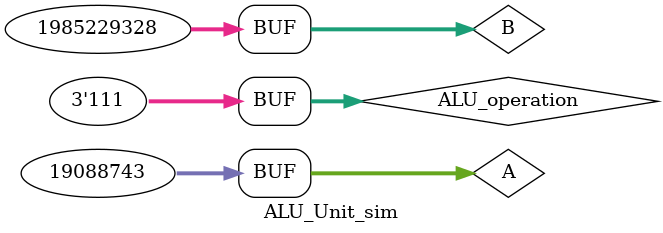
<source format=v>
`timescale 1ns / 1ps

module ALU_Unit_sim();
    // Inputs
    reg [31:0] B;
    reg [2:0] ALU_operation;
    reg [31:0] A;

    // Output
    wire [31:0] res;
    wire zero;
    wire overflow;

    // Instantiate the UUT
    ALU_Unit UUT (
        .B(B),
        .ALU_operation(ALU_operation),
        .A(A),
        .res(res),
        .zero(zero),
        .overflow(overflow)
    );
    // Initialize Inputs
    initial begin
        B = 0;
        ALU_operation = 0;
        A = 0;
        A=32'hA5A5A5A5;
        // start testing
        B=32'h5A5A5A5A;
        ALU_operation =3'b111;
        #100;
        ALU_operation =3'b110;
        #100;
        ALU_operation =3'b101;
        #100;
        ALU_operation =3'b100;
        #100;
        ALU_operation =3'b011;
        #100;
        ALU_operation =3'b010;
        #100;
        ALU_operation =3'b001;
        #100;
        ALU_operation =3'b000;
        #100;
        A=32'h01234567;
        B=32'h76543210;
        ALU_operation =3'b111;
    end
endmodule
</source>
